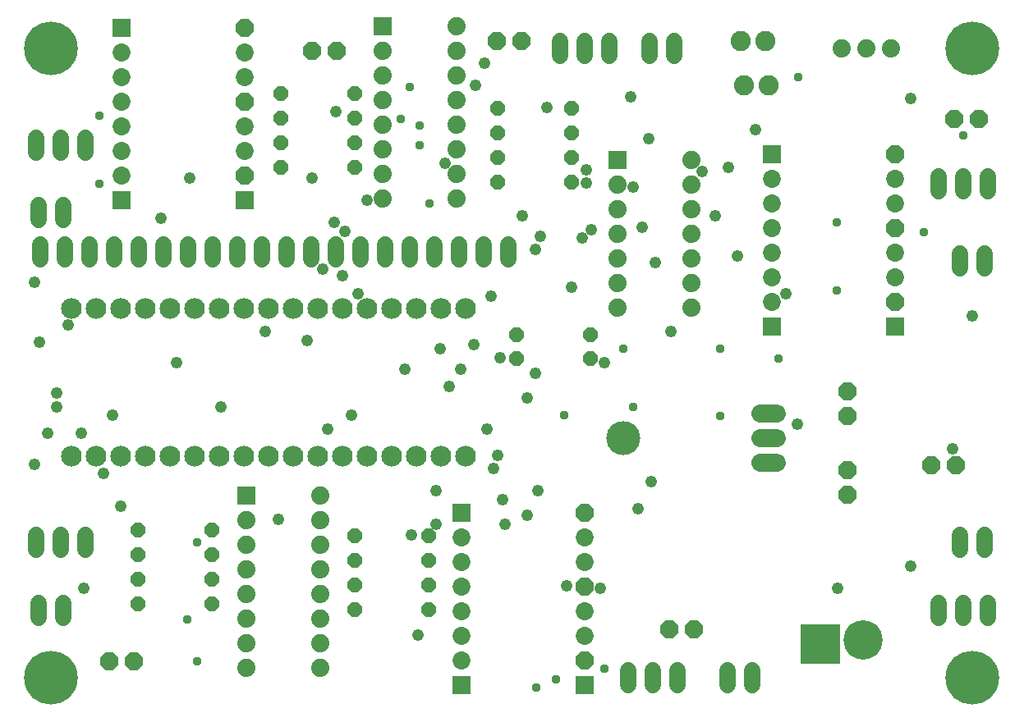
<source format=gbs>
G75*
%MOIN*%
%OFA0B0*%
%FSLAX25Y25*%
%IPPOS*%
%LPD*%
%AMOC8*
5,1,8,0,0,1.08239X$1,22.5*
%
%ADD10C,0.08400*%
%ADD11OC8,0.06000*%
%ADD12R,0.07400X0.07400*%
%ADD13C,0.07400*%
%ADD14C,0.07400*%
%ADD15C,0.13800*%
%ADD16OC8,0.07400*%
%ADD17C,0.08200*%
%ADD18C,0.07296*%
%ADD19R,0.07296X0.07296*%
%ADD20OC8,0.07296*%
%ADD21R,0.15957X0.15957*%
%ADD22C,0.15957*%
%ADD23C,0.06800*%
%ADD24C,0.21800*%
%ADD25C,0.04800*%
%ADD26C,0.03778*%
D10*
X0045665Y0142437D03*
X0055665Y0142437D03*
X0065665Y0142437D03*
X0075665Y0142437D03*
X0085665Y0142437D03*
X0095665Y0142437D03*
X0105665Y0142437D03*
X0115665Y0142437D03*
X0125665Y0142437D03*
X0135665Y0142437D03*
X0145665Y0142437D03*
X0155665Y0142437D03*
X0165665Y0142437D03*
X0175665Y0142437D03*
X0185665Y0142437D03*
X0195665Y0142437D03*
X0205665Y0142437D03*
X0205665Y0202437D03*
X0195665Y0202437D03*
X0185665Y0202437D03*
X0175665Y0202437D03*
X0165665Y0202437D03*
X0155665Y0202437D03*
X0145665Y0202437D03*
X0135665Y0202437D03*
X0125665Y0202437D03*
X0115665Y0202437D03*
X0105665Y0202437D03*
X0095665Y0202437D03*
X0085665Y0202437D03*
X0075665Y0202437D03*
X0065665Y0202437D03*
X0055665Y0202437D03*
X0045665Y0202437D03*
D11*
X0130665Y0259799D03*
X0130665Y0269799D03*
X0130665Y0279799D03*
X0130665Y0289799D03*
X0160665Y0289799D03*
X0160665Y0279799D03*
X0160665Y0269799D03*
X0160665Y0259799D03*
X0218539Y0263736D03*
X0218539Y0253736D03*
X0218539Y0273736D03*
X0218539Y0283736D03*
X0248539Y0283736D03*
X0248539Y0273736D03*
X0248539Y0263736D03*
X0248539Y0253736D03*
X0256295Y0191650D03*
X0256295Y0181965D03*
X0226295Y0181965D03*
X0226295Y0191650D03*
X0190547Y0110114D03*
X0190547Y0100114D03*
X0190547Y0090114D03*
X0190547Y0080114D03*
X0160547Y0080114D03*
X0160547Y0090114D03*
X0160547Y0100114D03*
X0160547Y0110114D03*
X0102673Y0112240D03*
X0102673Y0102240D03*
X0102673Y0092240D03*
X0102673Y0082240D03*
X0072673Y0082240D03*
X0072673Y0092240D03*
X0072673Y0102240D03*
X0072673Y0112240D03*
D12*
X0116610Y0126492D03*
X0267476Y0262673D03*
X0172122Y0316925D03*
D13*
X0172122Y0306925D03*
X0172122Y0296925D03*
X0172122Y0286925D03*
X0172122Y0276925D03*
X0172122Y0266925D03*
X0172122Y0256925D03*
X0172122Y0246925D03*
X0202122Y0246925D03*
X0202122Y0256925D03*
X0202122Y0266925D03*
X0202122Y0276925D03*
X0202122Y0286925D03*
X0202122Y0296925D03*
X0202122Y0306925D03*
X0202122Y0316925D03*
X0267476Y0252673D03*
X0267476Y0242673D03*
X0267476Y0232673D03*
X0267476Y0222673D03*
X0267476Y0212673D03*
X0267476Y0202673D03*
X0297476Y0202673D03*
X0297476Y0212673D03*
X0297476Y0222673D03*
X0297476Y0232673D03*
X0297476Y0242673D03*
X0297476Y0252673D03*
X0297476Y0262673D03*
X0358185Y0308146D03*
X0368185Y0308146D03*
X0378185Y0308146D03*
X0146610Y0126492D03*
X0146610Y0116492D03*
X0146610Y0106492D03*
X0146610Y0096492D03*
X0146610Y0086492D03*
X0146610Y0076492D03*
X0146610Y0066492D03*
X0146610Y0056492D03*
X0116610Y0056492D03*
X0116610Y0066492D03*
X0116610Y0076492D03*
X0116610Y0086492D03*
X0116610Y0096492D03*
X0116610Y0106492D03*
X0116610Y0116492D03*
D14*
X0325476Y0139681D02*
X0332076Y0139681D01*
X0332076Y0149681D02*
X0325476Y0149681D01*
X0325476Y0159681D02*
X0332076Y0159681D01*
D15*
X0269776Y0149681D03*
D16*
X0360587Y0158618D03*
X0360587Y0168618D03*
X0394681Y0138854D03*
X0404681Y0138854D03*
X0360587Y0136807D03*
X0360587Y0126807D03*
X0298382Y0071925D03*
X0288382Y0071925D03*
X0071138Y0058894D03*
X0061138Y0058894D03*
X0143185Y0306925D03*
X0153185Y0306925D03*
X0218303Y0310862D03*
X0228303Y0310862D03*
X0403972Y0279366D03*
X0413972Y0279366D03*
D17*
X0328539Y0293185D03*
X0318539Y0293185D03*
X0317280Y0310980D03*
X0327280Y0310980D03*
D18*
X0329878Y0255035D03*
X0329878Y0245035D03*
X0329878Y0235035D03*
X0329878Y0225035D03*
X0329878Y0215035D03*
X0329878Y0205035D03*
X0379878Y0215035D03*
X0379878Y0225035D03*
X0379878Y0245035D03*
X0379878Y0255035D03*
X0253894Y0109366D03*
X0253894Y0099366D03*
X0253894Y0079366D03*
X0253894Y0069366D03*
X0203894Y0069366D03*
X0203894Y0059366D03*
X0203894Y0079366D03*
X0203894Y0089366D03*
X0203894Y0099366D03*
X0203894Y0109366D03*
X0066098Y0256217D03*
X0066098Y0266217D03*
X0066098Y0276217D03*
X0066098Y0286217D03*
X0066098Y0296217D03*
X0066098Y0306217D03*
X0116098Y0306217D03*
X0116098Y0296217D03*
X0116098Y0276217D03*
X0116098Y0266217D03*
D19*
X0116098Y0246217D03*
X0066098Y0246217D03*
X0066098Y0316217D03*
X0329878Y0265035D03*
X0329878Y0195035D03*
X0379878Y0195035D03*
X0203894Y0119366D03*
X0203894Y0049366D03*
X0253894Y0049366D03*
D20*
X0253894Y0059366D03*
X0253894Y0089366D03*
X0253894Y0119366D03*
X0379878Y0205035D03*
X0379878Y0235035D03*
X0379878Y0265035D03*
X0116098Y0256217D03*
X0116098Y0286217D03*
X0116098Y0316217D03*
D21*
X0349681Y0066020D03*
D22*
X0367004Y0067594D03*
D23*
X0397555Y0076799D02*
X0397555Y0082799D01*
X0407555Y0082799D02*
X0407555Y0076799D01*
X0417555Y0076799D02*
X0417555Y0082799D01*
X0416492Y0104358D02*
X0416492Y0110358D01*
X0406492Y0110358D02*
X0406492Y0104358D01*
X0322004Y0055240D02*
X0322004Y0049240D01*
X0312004Y0049240D02*
X0312004Y0055240D01*
X0291571Y0055240D02*
X0291571Y0049240D01*
X0281571Y0049240D02*
X0281571Y0055240D01*
X0271571Y0055240D02*
X0271571Y0049240D01*
X0051413Y0104358D02*
X0051413Y0110358D01*
X0041413Y0110358D02*
X0041413Y0104358D01*
X0031413Y0104358D02*
X0031413Y0110358D01*
X0032476Y0082799D02*
X0032476Y0076799D01*
X0042476Y0076799D02*
X0042476Y0082799D01*
X0043028Y0222469D02*
X0043028Y0228469D01*
X0053028Y0228469D02*
X0053028Y0222469D01*
X0063028Y0222469D02*
X0063028Y0228469D01*
X0073028Y0228469D02*
X0073028Y0222469D01*
X0083028Y0222469D02*
X0083028Y0228469D01*
X0093028Y0228469D02*
X0093028Y0222469D01*
X0103028Y0222469D02*
X0103028Y0228469D01*
X0113028Y0228469D02*
X0113028Y0222469D01*
X0123028Y0222469D02*
X0123028Y0228469D01*
X0133028Y0228469D02*
X0133028Y0222469D01*
X0143028Y0222469D02*
X0143028Y0228469D01*
X0153028Y0228469D02*
X0153028Y0222469D01*
X0163028Y0222469D02*
X0163028Y0228469D01*
X0173028Y0228469D02*
X0173028Y0222469D01*
X0183028Y0222469D02*
X0183028Y0228469D01*
X0193028Y0228469D02*
X0193028Y0222469D01*
X0203028Y0222469D02*
X0203028Y0228469D01*
X0213028Y0228469D02*
X0213028Y0222469D01*
X0223028Y0222469D02*
X0223028Y0228469D01*
X0244012Y0305146D02*
X0244012Y0311146D01*
X0254012Y0311146D02*
X0254012Y0305146D01*
X0264012Y0305146D02*
X0264012Y0311146D01*
X0280508Y0311146D02*
X0280508Y0305146D01*
X0290508Y0305146D02*
X0290508Y0311146D01*
X0397555Y0256028D02*
X0397555Y0250028D01*
X0407555Y0250028D02*
X0407555Y0256028D01*
X0417555Y0256028D02*
X0417555Y0250028D01*
X0416492Y0224531D02*
X0416492Y0218531D01*
X0406492Y0218531D02*
X0406492Y0224531D01*
X0051413Y0265776D02*
X0051413Y0271776D01*
X0041413Y0271776D02*
X0041413Y0265776D01*
X0031413Y0265776D02*
X0031413Y0271776D01*
X0032476Y0244217D02*
X0032476Y0238217D01*
X0042476Y0238217D02*
X0042476Y0244217D01*
X0033028Y0228469D02*
X0033028Y0222469D01*
D24*
X0037476Y0052240D03*
X0037476Y0308146D03*
X0411492Y0308146D03*
X0411492Y0052240D03*
D25*
X0356528Y0088692D03*
X0386228Y0097692D03*
X0403328Y0145392D03*
X0340328Y0155292D03*
X0289028Y0193092D03*
X0262028Y0180492D03*
X0234128Y0175992D03*
X0230528Y0166092D03*
X0219728Y0182292D03*
X0208928Y0187692D03*
X0203528Y0177792D03*
X0199028Y0170592D03*
X0195428Y0185892D03*
X0181028Y0177792D03*
X0159428Y0158892D03*
X0149528Y0153492D03*
X0106328Y0162492D03*
X0088328Y0180492D03*
X0062228Y0158892D03*
X0049628Y0151692D03*
X0036128Y0151692D03*
X0039728Y0162492D03*
X0039728Y0167892D03*
X0032528Y0188592D03*
X0044228Y0195792D03*
X0030728Y0212892D03*
X0082028Y0238992D03*
X0093728Y0255192D03*
X0143228Y0255192D03*
X0152228Y0237192D03*
X0156728Y0233592D03*
X0165728Y0246192D03*
X0197228Y0261492D03*
X0228728Y0239892D03*
X0235928Y0231792D03*
X0234128Y0226392D03*
X0253028Y0230892D03*
X0256628Y0234492D03*
X0277328Y0235392D03*
X0282728Y0220992D03*
X0307028Y0239892D03*
X0316028Y0223692D03*
X0335828Y0208392D03*
X0273728Y0251592D03*
X0254828Y0253392D03*
X0254828Y0258792D03*
X0280028Y0271392D03*
X0272828Y0288492D03*
X0238628Y0283992D03*
X0213428Y0301992D03*
X0209828Y0292992D03*
X0153128Y0282192D03*
X0147728Y0218292D03*
X0155828Y0215592D03*
X0162128Y0208392D03*
X0141428Y0189492D03*
X0124328Y0193092D03*
X0058628Y0135492D03*
X0065828Y0121992D03*
X0030728Y0139092D03*
X0050528Y0088692D03*
X0129728Y0116592D03*
X0183728Y0110292D03*
X0193628Y0114792D03*
X0193628Y0128292D03*
X0217028Y0137292D03*
X0218828Y0142692D03*
X0214328Y0153492D03*
X0235028Y0128292D03*
X0230528Y0118392D03*
X0221528Y0114792D03*
X0220628Y0124692D03*
X0246728Y0089592D03*
X0260228Y0088692D03*
X0275528Y0121092D03*
X0280928Y0131892D03*
X0186428Y0069792D03*
X0216128Y0207492D03*
X0248528Y0211092D03*
X0301628Y0257892D03*
X0312428Y0259692D03*
X0323228Y0274992D03*
X0386228Y0287592D03*
X0411428Y0199392D03*
D26*
X0391807Y0233343D03*
X0356374Y0237280D03*
X0356374Y0209720D03*
X0332752Y0182161D03*
X0309130Y0186098D03*
X0309130Y0158539D03*
X0273697Y0162476D03*
X0269760Y0186098D03*
X0245635Y0159043D03*
X0191020Y0245154D03*
X0187083Y0268776D03*
X0187083Y0276650D03*
X0179209Y0279403D03*
X0183146Y0292398D03*
X0057161Y0280587D03*
X0057161Y0253028D03*
X0096531Y0107358D03*
X0092594Y0075862D03*
X0096531Y0058903D03*
X0234327Y0048303D03*
X0242201Y0051703D03*
X0261886Y0056177D03*
X0407555Y0272713D03*
X0340626Y0296335D03*
M02*

</source>
